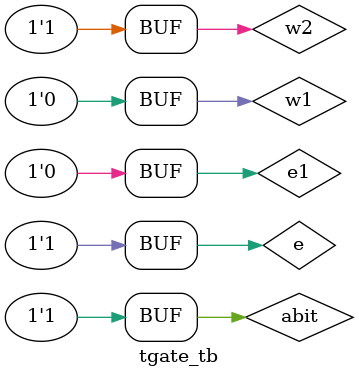
<source format=v>
module tgate_tb();

reg abit;
reg w1;
reg w2;
reg e;
reg e1;
wire y;

tran_gate obj(
.a(abit),
.ne(e),
.pe(e1),
.y(y)
);

initial
  begin
    abit=0;
    e=0;
    e1=1;
    #10;  w1=0; e=w1; e1=~w1; abit=0;
    #10;        e=w1; e1=~w1; abit=1;
    #10;  w2=1; e=w2; e1=~w2; abit=0;
    #10;        e=w2; e1=~w2; abit=1;
    #20;
    end

initial
  begin
    $dumpfile("tran_gate.vcd");
    $dumpvars(0,tgate_tb);
    $monitor("time = %2d, EN =%1b, ~EN =%1b, A =%1b,     Out =%1b", $time,e,e1,abit,y);
  end
endmodule

</source>
